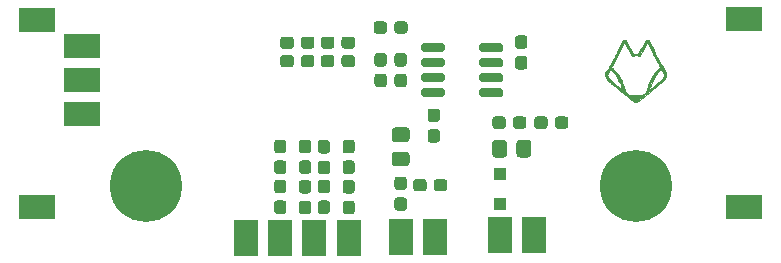
<source format=gts>
%TF.GenerationSoftware,KiCad,Pcbnew,5.1.6*%
%TF.CreationDate,2020-09-16T21:40:07+02:00*%
%TF.ProjectId,HumbuckerAmplifier,48756d62-7563-46b6-9572-416d706c6966,rev?*%
%TF.SameCoordinates,PX6183610PY5204180*%
%TF.FileFunction,Soldermask,Top*%
%TF.FilePolarity,Negative*%
%FSLAX46Y46*%
G04 Gerber Fmt 4.6, Leading zero omitted, Abs format (unit mm)*
G04 Created by KiCad (PCBNEW 5.1.6) date 2020-09-16 21:40:07*
%MOMM*%
%LPD*%
G01*
G04 APERTURE LIST*
%ADD10C,0.010000*%
%ADD11R,1.100000X1.100000*%
%ADD12R,2.100000X3.100000*%
%ADD13R,3.100000X2.100000*%
%ADD14C,6.100000*%
G04 APERTURE END LIST*
D10*
%TO.C,MARK1*%
G36*
X51884364Y20873781D02*
G01*
X51906629Y20845224D01*
X51933419Y20805180D01*
X51959821Y20761109D01*
X51966278Y20749427D01*
X51980577Y20723376D01*
X52004039Y20681072D01*
X52035441Y20624705D01*
X52073557Y20556465D01*
X52117164Y20478540D01*
X52165037Y20393122D01*
X52215952Y20302398D01*
X52268685Y20208560D01*
X52272175Y20202354D01*
X52532568Y19739333D01*
X52967432Y19739333D01*
X53227825Y20202354D01*
X53280634Y20296321D01*
X53331706Y20387315D01*
X53379816Y20473149D01*
X53423740Y20551631D01*
X53462254Y20620573D01*
X53494133Y20677785D01*
X53518153Y20721078D01*
X53533089Y20748261D01*
X53533722Y20749427D01*
X53559171Y20793305D01*
X53586341Y20835179D01*
X53610320Y20867591D01*
X53615635Y20873781D01*
X53652046Y20914083D01*
X53838252Y20914083D01*
X53869671Y20871361D01*
X53880485Y20853228D01*
X53899174Y20817995D01*
X53924702Y20767765D01*
X53956035Y20704637D01*
X53992139Y20630714D01*
X54031979Y20548097D01*
X54074521Y20458887D01*
X54115860Y20371298D01*
X54189077Y20215417D01*
X54254269Y20076790D01*
X54312409Y19953512D01*
X54364472Y19843676D01*
X54411430Y19745377D01*
X54454256Y19656711D01*
X54493923Y19575771D01*
X54531404Y19500653D01*
X54567673Y19429450D01*
X54603702Y19360258D01*
X54640465Y19291170D01*
X54678934Y19220282D01*
X54720083Y19145687D01*
X54764884Y19065482D01*
X54814312Y18977759D01*
X54869338Y18880614D01*
X54930936Y18772141D01*
X54946641Y18744500D01*
X55316458Y18093625D01*
X55319988Y17975648D01*
X55321068Y17920602D01*
X55319906Y17880002D01*
X55315687Y17847174D01*
X55307598Y17815445D01*
X55296433Y17782585D01*
X55250529Y17673811D01*
X55193644Y17574327D01*
X55122274Y17478573D01*
X55063016Y17412048D01*
X55046807Y17397020D01*
X55015108Y17369665D01*
X54968981Y17330849D01*
X54909488Y17281437D01*
X54837690Y17222296D01*
X54754650Y17154292D01*
X54661430Y17078289D01*
X54559092Y16995155D01*
X54448698Y16905754D01*
X54331309Y16810954D01*
X54207989Y16711618D01*
X54079799Y16608614D01*
X53947801Y16502807D01*
X53943340Y16499236D01*
X52887722Y15654167D01*
X52747423Y15654956D01*
X52607125Y15655745D01*
X51566371Y16489685D01*
X51435376Y16594728D01*
X51308222Y16696845D01*
X51185970Y16795174D01*
X51069684Y16888856D01*
X50960424Y16977029D01*
X50859252Y17058834D01*
X50767231Y17133410D01*
X50685422Y17199896D01*
X50614888Y17257432D01*
X50556689Y17305156D01*
X50511889Y17342209D01*
X50481549Y17367730D01*
X50467055Y17380542D01*
X50423600Y17426465D01*
X50376863Y17481961D01*
X50331243Y17541257D01*
X50291140Y17598583D01*
X50260956Y17648165D01*
X50256372Y17656889D01*
X50239128Y17694025D01*
X50219621Y17740631D01*
X50203475Y17782839D01*
X50191277Y17819143D01*
X50183665Y17850651D01*
X50179829Y17884031D01*
X50178958Y17925948D01*
X50179332Y17943601D01*
X50331930Y17943601D01*
X50343404Y17898350D01*
X50365794Y17843575D01*
X50397365Y17782277D01*
X50436383Y17717456D01*
X50481111Y17652114D01*
X50529816Y17589251D01*
X50580762Y17531869D01*
X50602934Y17509620D01*
X50617610Y17496728D01*
X50646416Y17472557D01*
X50687658Y17438472D01*
X50739642Y17395840D01*
X50800675Y17346026D01*
X50869063Y17290397D01*
X50943112Y17230319D01*
X51021128Y17167158D01*
X51101418Y17102280D01*
X51182289Y17037051D01*
X51262045Y16972837D01*
X51338995Y16911004D01*
X51411443Y16852919D01*
X51477696Y16799946D01*
X51536061Y16753454D01*
X51584844Y16714807D01*
X51622351Y16685371D01*
X51646889Y16666514D01*
X51656763Y16659600D01*
X51656824Y16659591D01*
X51654406Y16668985D01*
X51646249Y16694753D01*
X51633536Y16733270D01*
X51617453Y16780906D01*
X51612355Y16795829D01*
X51544510Y16978016D01*
X51463700Y17167960D01*
X51372511Y17360629D01*
X51273527Y17550988D01*
X51169334Y17734005D01*
X51062518Y17904644D01*
X50984346Y18018538D01*
X50942445Y18073097D01*
X50892045Y18132602D01*
X50836856Y18193201D01*
X50780589Y18251042D01*
X50726952Y18302271D01*
X50679656Y18343036D01*
X50652518Y18363142D01*
X50620110Y18384038D01*
X50594381Y18399253D01*
X50580457Y18405775D01*
X50579916Y18405833D01*
X50572635Y18397087D01*
X50556940Y18372936D01*
X50534634Y18336516D01*
X50507518Y18290963D01*
X50477395Y18239412D01*
X50446064Y18184997D01*
X50415329Y18130854D01*
X50386990Y18080119D01*
X50362849Y18035925D01*
X50344708Y18001409D01*
X50334367Y17979705D01*
X50333108Y17976326D01*
X50331930Y17943601D01*
X50179332Y17943601D01*
X50180012Y17975648D01*
X50183542Y18093625D01*
X50454453Y18570427D01*
X50668055Y18570427D01*
X50675732Y18560743D01*
X50698100Y18545911D01*
X50730378Y18529084D01*
X50731555Y18528532D01*
X50760990Y18512916D01*
X50791240Y18492439D01*
X50825465Y18464483D01*
X50866826Y18426429D01*
X50918483Y18375661D01*
X50929667Y18364418D01*
X51026478Y18259980D01*
X51119592Y18145114D01*
X51210481Y18017651D01*
X51300615Y17875420D01*
X51391467Y17716252D01*
X51467804Y17571042D01*
X51553159Y17398096D01*
X51626437Y17238123D01*
X51688974Y17087723D01*
X51742104Y16943493D01*
X51787165Y16802033D01*
X51825273Y16660825D01*
X51839089Y16605819D01*
X51851604Y16557743D01*
X51861761Y16520534D01*
X51868499Y16498130D01*
X51870173Y16493852D01*
X51880102Y16483871D01*
X51904115Y16462841D01*
X51939709Y16432862D01*
X51984379Y16396032D01*
X52035622Y16354449D01*
X52056792Y16337442D01*
X52120916Y16286642D01*
X52170740Y16248570D01*
X52207939Y16222072D01*
X52234191Y16205996D01*
X52251173Y16199188D01*
X52257875Y16199140D01*
X52278840Y16204804D01*
X52312589Y16213806D01*
X52347833Y16223145D01*
X52370326Y16228351D01*
X52395749Y16232475D01*
X52426709Y16235631D01*
X52465813Y16237933D01*
X52515667Y16239494D01*
X52578877Y16240427D01*
X52658052Y16240845D01*
X52755292Y16240863D01*
X52850183Y16240652D01*
X52926657Y16240198D01*
X52987465Y16239346D01*
X53035357Y16237943D01*
X53073081Y16235835D01*
X53103390Y16232866D01*
X53129031Y16228884D01*
X53152756Y16223733D01*
X53177315Y16217260D01*
X53177571Y16217189D01*
X53219691Y16206919D01*
X53252592Y16201642D01*
X53271299Y16202104D01*
X53272821Y16202890D01*
X53310294Y16232006D01*
X53354835Y16267228D01*
X53403630Y16306260D01*
X53453859Y16346803D01*
X53502708Y16386562D01*
X53547358Y16423241D01*
X53584993Y16454541D01*
X53612796Y16478168D01*
X53627950Y16491823D01*
X53629827Y16493957D01*
X53634611Y16508084D01*
X53643306Y16538853D01*
X53654853Y16582329D01*
X53668194Y16634579D01*
X53674727Y16660825D01*
X53676431Y16667136D01*
X53851986Y16667136D01*
X53853317Y16667298D01*
X53863751Y16675595D01*
X53889244Y16695941D01*
X53928327Y16727163D01*
X53979532Y16768085D01*
X54041391Y16817535D01*
X54112433Y16874338D01*
X54191191Y16937320D01*
X54276196Y17005306D01*
X54365979Y17077124D01*
X54369250Y17079741D01*
X54482870Y17170779D01*
X54581212Y17249978D01*
X54665654Y17318560D01*
X54737569Y17377754D01*
X54798333Y17428784D01*
X54849322Y17472876D01*
X54891910Y17511255D01*
X54927474Y17545147D01*
X54957389Y17575779D01*
X54983029Y17604374D01*
X55005770Y17632160D01*
X55026988Y17660362D01*
X55037866Y17675583D01*
X55076905Y17735480D01*
X55110982Y17796373D01*
X55138539Y17854634D01*
X55158022Y17906638D01*
X55167874Y17948758D01*
X55166892Y17976326D01*
X55159083Y17993841D01*
X55142964Y18025054D01*
X55120336Y18066831D01*
X55093000Y18116035D01*
X55062760Y18169533D01*
X55031415Y18224189D01*
X55000767Y18276867D01*
X54972619Y18324433D01*
X54948771Y18363751D01*
X54931026Y18391687D01*
X54921184Y18405105D01*
X54920083Y18405833D01*
X54907603Y18400334D01*
X54882813Y18385843D01*
X54850836Y18365375D01*
X54847481Y18363142D01*
X54806766Y18331903D01*
X54757135Y18287526D01*
X54702300Y18233865D01*
X54645969Y18174772D01*
X54591852Y18114098D01*
X54543658Y18055697D01*
X54515653Y18018538D01*
X54408096Y17859418D01*
X54301350Y17684232D01*
X54197996Y17498007D01*
X54100614Y17305770D01*
X54011787Y17112547D01*
X53934094Y16923366D01*
X53887202Y16794536D01*
X53871175Y16745849D01*
X53859388Y16706226D01*
X53852704Y16678908D01*
X53851986Y16667136D01*
X53676431Y16667136D01*
X53713090Y16802902D01*
X53758196Y16944368D01*
X53811381Y17088626D01*
X53873979Y17239075D01*
X53947327Y17399117D01*
X54032196Y17571042D01*
X54124742Y17745774D01*
X54215359Y17901784D01*
X54305520Y18041241D01*
X54396696Y18166315D01*
X54490357Y18279176D01*
X54570333Y18364418D01*
X54624292Y18417885D01*
X54667357Y18458142D01*
X54702690Y18487806D01*
X54733449Y18509497D01*
X54762795Y18525831D01*
X54768444Y18528532D01*
X54800968Y18545371D01*
X54823738Y18560320D01*
X54831975Y18570223D01*
X54831944Y18570427D01*
X54826363Y18581834D01*
X54811452Y18609564D01*
X54788361Y18651547D01*
X54758243Y18705715D01*
X54722246Y18770001D01*
X54681523Y18842337D01*
X54637223Y18920654D01*
X54628774Y18935552D01*
X54576831Y19027813D01*
X54528780Y19114850D01*
X54483036Y19199770D01*
X54438010Y19285683D01*
X54392115Y19375696D01*
X54343766Y19472917D01*
X54291375Y19580455D01*
X54233355Y19701417D01*
X54175168Y19824000D01*
X54126291Y19927444D01*
X54078680Y20028381D01*
X54033379Y20124588D01*
X53991429Y20213846D01*
X53953872Y20293933D01*
X53921750Y20362628D01*
X53896107Y20417710D01*
X53877983Y20456959D01*
X53872233Y20469583D01*
X53847031Y20524500D01*
X53819922Y20582134D01*
X53794907Y20634037D01*
X53782322Y20659399D01*
X53742592Y20738090D01*
X53723032Y20712316D01*
X53711697Y20694414D01*
X53692877Y20661416D01*
X53668655Y20617108D01*
X53641110Y20565276D01*
X53621609Y20527792D01*
X53593760Y20474351D01*
X53568604Y20427132D01*
X53547994Y20389529D01*
X53533779Y20364934D01*
X53528519Y20357159D01*
X53521083Y20345631D01*
X53504477Y20317607D01*
X53479840Y20275078D01*
X53448309Y20220034D01*
X53411023Y20154467D01*
X53369119Y20080367D01*
X53323737Y19999725D01*
X53300333Y19957996D01*
X53083375Y19570715D01*
X53023037Y19570358D01*
X52976263Y19573156D01*
X52925167Y19580674D01*
X52901751Y19585875D01*
X52841194Y19596402D01*
X52769323Y19600942D01*
X52695128Y19599497D01*
X52627598Y19592066D01*
X52598249Y19585875D01*
X52551234Y19576674D01*
X52500212Y19571127D01*
X52476963Y19570358D01*
X52416625Y19570715D01*
X52199667Y19957996D01*
X52152983Y20041139D01*
X52109214Y20118727D01*
X52069500Y20188767D01*
X52034978Y20249269D01*
X52006786Y20298243D01*
X51986062Y20333696D01*
X51973944Y20353639D01*
X51971481Y20357159D01*
X51963073Y20370176D01*
X51946925Y20398667D01*
X51924886Y20439238D01*
X51898810Y20488497D01*
X51878390Y20527792D01*
X51849777Y20582571D01*
X51823075Y20632392D01*
X51800367Y20673469D01*
X51783732Y20702015D01*
X51776968Y20712316D01*
X51757408Y20738090D01*
X51717678Y20659399D01*
X51695928Y20615194D01*
X51669628Y20560074D01*
X51642782Y20502489D01*
X51627767Y20469583D01*
X51613647Y20438775D01*
X51591504Y20391061D01*
X51562380Y20328661D01*
X51527318Y20253797D01*
X51487359Y20168690D01*
X51443545Y20075561D01*
X51396919Y19976631D01*
X51348524Y19874120D01*
X51324831Y19824000D01*
X51260407Y19688339D01*
X51203035Y19568892D01*
X51151130Y19462553D01*
X51103105Y19366211D01*
X51057372Y19276760D01*
X51012345Y19191092D01*
X50966437Y19106097D01*
X50918062Y19018669D01*
X50871226Y18935552D01*
X50826394Y18856359D01*
X50784926Y18782768D01*
X50747973Y18716846D01*
X50716687Y18660660D01*
X50692217Y18616280D01*
X50675714Y18585773D01*
X50668330Y18571206D01*
X50668055Y18570427D01*
X50454453Y18570427D01*
X50553359Y18744500D01*
X50616661Y18855944D01*
X50673160Y18955607D01*
X50723830Y19045396D01*
X50769642Y19127214D01*
X50811570Y19202969D01*
X50850588Y19274565D01*
X50887668Y19343908D01*
X50923783Y19412903D01*
X50959907Y19483456D01*
X50997012Y19557472D01*
X51036072Y19636856D01*
X51078059Y19723514D01*
X51123947Y19819352D01*
X51174709Y19926275D01*
X51231318Y20046188D01*
X51294747Y20180996D01*
X51365969Y20332606D01*
X51384139Y20371298D01*
X51428272Y20464775D01*
X51470672Y20553625D01*
X51510303Y20635747D01*
X51546132Y20709040D01*
X51577123Y20771402D01*
X51602243Y20820732D01*
X51620457Y20854929D01*
X51630329Y20871361D01*
X51661748Y20914083D01*
X51847953Y20914083D01*
X51884364Y20873781D01*
G37*
X51884364Y20873781D02*
X51906629Y20845224D01*
X51933419Y20805180D01*
X51959821Y20761109D01*
X51966278Y20749427D01*
X51980577Y20723376D01*
X52004039Y20681072D01*
X52035441Y20624705D01*
X52073557Y20556465D01*
X52117164Y20478540D01*
X52165037Y20393122D01*
X52215952Y20302398D01*
X52268685Y20208560D01*
X52272175Y20202354D01*
X52532568Y19739333D01*
X52967432Y19739333D01*
X53227825Y20202354D01*
X53280634Y20296321D01*
X53331706Y20387315D01*
X53379816Y20473149D01*
X53423740Y20551631D01*
X53462254Y20620573D01*
X53494133Y20677785D01*
X53518153Y20721078D01*
X53533089Y20748261D01*
X53533722Y20749427D01*
X53559171Y20793305D01*
X53586341Y20835179D01*
X53610320Y20867591D01*
X53615635Y20873781D01*
X53652046Y20914083D01*
X53838252Y20914083D01*
X53869671Y20871361D01*
X53880485Y20853228D01*
X53899174Y20817995D01*
X53924702Y20767765D01*
X53956035Y20704637D01*
X53992139Y20630714D01*
X54031979Y20548097D01*
X54074521Y20458887D01*
X54115860Y20371298D01*
X54189077Y20215417D01*
X54254269Y20076790D01*
X54312409Y19953512D01*
X54364472Y19843676D01*
X54411430Y19745377D01*
X54454256Y19656711D01*
X54493923Y19575771D01*
X54531404Y19500653D01*
X54567673Y19429450D01*
X54603702Y19360258D01*
X54640465Y19291170D01*
X54678934Y19220282D01*
X54720083Y19145687D01*
X54764884Y19065482D01*
X54814312Y18977759D01*
X54869338Y18880614D01*
X54930936Y18772141D01*
X54946641Y18744500D01*
X55316458Y18093625D01*
X55319988Y17975648D01*
X55321068Y17920602D01*
X55319906Y17880002D01*
X55315687Y17847174D01*
X55307598Y17815445D01*
X55296433Y17782585D01*
X55250529Y17673811D01*
X55193644Y17574327D01*
X55122274Y17478573D01*
X55063016Y17412048D01*
X55046807Y17397020D01*
X55015108Y17369665D01*
X54968981Y17330849D01*
X54909488Y17281437D01*
X54837690Y17222296D01*
X54754650Y17154292D01*
X54661430Y17078289D01*
X54559092Y16995155D01*
X54448698Y16905754D01*
X54331309Y16810954D01*
X54207989Y16711618D01*
X54079799Y16608614D01*
X53947801Y16502807D01*
X53943340Y16499236D01*
X52887722Y15654167D01*
X52747423Y15654956D01*
X52607125Y15655745D01*
X51566371Y16489685D01*
X51435376Y16594728D01*
X51308222Y16696845D01*
X51185970Y16795174D01*
X51069684Y16888856D01*
X50960424Y16977029D01*
X50859252Y17058834D01*
X50767231Y17133410D01*
X50685422Y17199896D01*
X50614888Y17257432D01*
X50556689Y17305156D01*
X50511889Y17342209D01*
X50481549Y17367730D01*
X50467055Y17380542D01*
X50423600Y17426465D01*
X50376863Y17481961D01*
X50331243Y17541257D01*
X50291140Y17598583D01*
X50260956Y17648165D01*
X50256372Y17656889D01*
X50239128Y17694025D01*
X50219621Y17740631D01*
X50203475Y17782839D01*
X50191277Y17819143D01*
X50183665Y17850651D01*
X50179829Y17884031D01*
X50178958Y17925948D01*
X50179332Y17943601D01*
X50331930Y17943601D01*
X50343404Y17898350D01*
X50365794Y17843575D01*
X50397365Y17782277D01*
X50436383Y17717456D01*
X50481111Y17652114D01*
X50529816Y17589251D01*
X50580762Y17531869D01*
X50602934Y17509620D01*
X50617610Y17496728D01*
X50646416Y17472557D01*
X50687658Y17438472D01*
X50739642Y17395840D01*
X50800675Y17346026D01*
X50869063Y17290397D01*
X50943112Y17230319D01*
X51021128Y17167158D01*
X51101418Y17102280D01*
X51182289Y17037051D01*
X51262045Y16972837D01*
X51338995Y16911004D01*
X51411443Y16852919D01*
X51477696Y16799946D01*
X51536061Y16753454D01*
X51584844Y16714807D01*
X51622351Y16685371D01*
X51646889Y16666514D01*
X51656763Y16659600D01*
X51656824Y16659591D01*
X51654406Y16668985D01*
X51646249Y16694753D01*
X51633536Y16733270D01*
X51617453Y16780906D01*
X51612355Y16795829D01*
X51544510Y16978016D01*
X51463700Y17167960D01*
X51372511Y17360629D01*
X51273527Y17550988D01*
X51169334Y17734005D01*
X51062518Y17904644D01*
X50984346Y18018538D01*
X50942445Y18073097D01*
X50892045Y18132602D01*
X50836856Y18193201D01*
X50780589Y18251042D01*
X50726952Y18302271D01*
X50679656Y18343036D01*
X50652518Y18363142D01*
X50620110Y18384038D01*
X50594381Y18399253D01*
X50580457Y18405775D01*
X50579916Y18405833D01*
X50572635Y18397087D01*
X50556940Y18372936D01*
X50534634Y18336516D01*
X50507518Y18290963D01*
X50477395Y18239412D01*
X50446064Y18184997D01*
X50415329Y18130854D01*
X50386990Y18080119D01*
X50362849Y18035925D01*
X50344708Y18001409D01*
X50334367Y17979705D01*
X50333108Y17976326D01*
X50331930Y17943601D01*
X50179332Y17943601D01*
X50180012Y17975648D01*
X50183542Y18093625D01*
X50454453Y18570427D01*
X50668055Y18570427D01*
X50675732Y18560743D01*
X50698100Y18545911D01*
X50730378Y18529084D01*
X50731555Y18528532D01*
X50760990Y18512916D01*
X50791240Y18492439D01*
X50825465Y18464483D01*
X50866826Y18426429D01*
X50918483Y18375661D01*
X50929667Y18364418D01*
X51026478Y18259980D01*
X51119592Y18145114D01*
X51210481Y18017651D01*
X51300615Y17875420D01*
X51391467Y17716252D01*
X51467804Y17571042D01*
X51553159Y17398096D01*
X51626437Y17238123D01*
X51688974Y17087723D01*
X51742104Y16943493D01*
X51787165Y16802033D01*
X51825273Y16660825D01*
X51839089Y16605819D01*
X51851604Y16557743D01*
X51861761Y16520534D01*
X51868499Y16498130D01*
X51870173Y16493852D01*
X51880102Y16483871D01*
X51904115Y16462841D01*
X51939709Y16432862D01*
X51984379Y16396032D01*
X52035622Y16354449D01*
X52056792Y16337442D01*
X52120916Y16286642D01*
X52170740Y16248570D01*
X52207939Y16222072D01*
X52234191Y16205996D01*
X52251173Y16199188D01*
X52257875Y16199140D01*
X52278840Y16204804D01*
X52312589Y16213806D01*
X52347833Y16223145D01*
X52370326Y16228351D01*
X52395749Y16232475D01*
X52426709Y16235631D01*
X52465813Y16237933D01*
X52515667Y16239494D01*
X52578877Y16240427D01*
X52658052Y16240845D01*
X52755292Y16240863D01*
X52850183Y16240652D01*
X52926657Y16240198D01*
X52987465Y16239346D01*
X53035357Y16237943D01*
X53073081Y16235835D01*
X53103390Y16232866D01*
X53129031Y16228884D01*
X53152756Y16223733D01*
X53177315Y16217260D01*
X53177571Y16217189D01*
X53219691Y16206919D01*
X53252592Y16201642D01*
X53271299Y16202104D01*
X53272821Y16202890D01*
X53310294Y16232006D01*
X53354835Y16267228D01*
X53403630Y16306260D01*
X53453859Y16346803D01*
X53502708Y16386562D01*
X53547358Y16423241D01*
X53584993Y16454541D01*
X53612796Y16478168D01*
X53627950Y16491823D01*
X53629827Y16493957D01*
X53634611Y16508084D01*
X53643306Y16538853D01*
X53654853Y16582329D01*
X53668194Y16634579D01*
X53674727Y16660825D01*
X53676431Y16667136D01*
X53851986Y16667136D01*
X53853317Y16667298D01*
X53863751Y16675595D01*
X53889244Y16695941D01*
X53928327Y16727163D01*
X53979532Y16768085D01*
X54041391Y16817535D01*
X54112433Y16874338D01*
X54191191Y16937320D01*
X54276196Y17005306D01*
X54365979Y17077124D01*
X54369250Y17079741D01*
X54482870Y17170779D01*
X54581212Y17249978D01*
X54665654Y17318560D01*
X54737569Y17377754D01*
X54798333Y17428784D01*
X54849322Y17472876D01*
X54891910Y17511255D01*
X54927474Y17545147D01*
X54957389Y17575779D01*
X54983029Y17604374D01*
X55005770Y17632160D01*
X55026988Y17660362D01*
X55037866Y17675583D01*
X55076905Y17735480D01*
X55110982Y17796373D01*
X55138539Y17854634D01*
X55158022Y17906638D01*
X55167874Y17948758D01*
X55166892Y17976326D01*
X55159083Y17993841D01*
X55142964Y18025054D01*
X55120336Y18066831D01*
X55093000Y18116035D01*
X55062760Y18169533D01*
X55031415Y18224189D01*
X55000767Y18276867D01*
X54972619Y18324433D01*
X54948771Y18363751D01*
X54931026Y18391687D01*
X54921184Y18405105D01*
X54920083Y18405833D01*
X54907603Y18400334D01*
X54882813Y18385843D01*
X54850836Y18365375D01*
X54847481Y18363142D01*
X54806766Y18331903D01*
X54757135Y18287526D01*
X54702300Y18233865D01*
X54645969Y18174772D01*
X54591852Y18114098D01*
X54543658Y18055697D01*
X54515653Y18018538D01*
X54408096Y17859418D01*
X54301350Y17684232D01*
X54197996Y17498007D01*
X54100614Y17305770D01*
X54011787Y17112547D01*
X53934094Y16923366D01*
X53887202Y16794536D01*
X53871175Y16745849D01*
X53859388Y16706226D01*
X53852704Y16678908D01*
X53851986Y16667136D01*
X53676431Y16667136D01*
X53713090Y16802902D01*
X53758196Y16944368D01*
X53811381Y17088626D01*
X53873979Y17239075D01*
X53947327Y17399117D01*
X54032196Y17571042D01*
X54124742Y17745774D01*
X54215359Y17901784D01*
X54305520Y18041241D01*
X54396696Y18166315D01*
X54490357Y18279176D01*
X54570333Y18364418D01*
X54624292Y18417885D01*
X54667357Y18458142D01*
X54702690Y18487806D01*
X54733449Y18509497D01*
X54762795Y18525831D01*
X54768444Y18528532D01*
X54800968Y18545371D01*
X54823738Y18560320D01*
X54831975Y18570223D01*
X54831944Y18570427D01*
X54826363Y18581834D01*
X54811452Y18609564D01*
X54788361Y18651547D01*
X54758243Y18705715D01*
X54722246Y18770001D01*
X54681523Y18842337D01*
X54637223Y18920654D01*
X54628774Y18935552D01*
X54576831Y19027813D01*
X54528780Y19114850D01*
X54483036Y19199770D01*
X54438010Y19285683D01*
X54392115Y19375696D01*
X54343766Y19472917D01*
X54291375Y19580455D01*
X54233355Y19701417D01*
X54175168Y19824000D01*
X54126291Y19927444D01*
X54078680Y20028381D01*
X54033379Y20124588D01*
X53991429Y20213846D01*
X53953872Y20293933D01*
X53921750Y20362628D01*
X53896107Y20417710D01*
X53877983Y20456959D01*
X53872233Y20469583D01*
X53847031Y20524500D01*
X53819922Y20582134D01*
X53794907Y20634037D01*
X53782322Y20659399D01*
X53742592Y20738090D01*
X53723032Y20712316D01*
X53711697Y20694414D01*
X53692877Y20661416D01*
X53668655Y20617108D01*
X53641110Y20565276D01*
X53621609Y20527792D01*
X53593760Y20474351D01*
X53568604Y20427132D01*
X53547994Y20389529D01*
X53533779Y20364934D01*
X53528519Y20357159D01*
X53521083Y20345631D01*
X53504477Y20317607D01*
X53479840Y20275078D01*
X53448309Y20220034D01*
X53411023Y20154467D01*
X53369119Y20080367D01*
X53323737Y19999725D01*
X53300333Y19957996D01*
X53083375Y19570715D01*
X53023037Y19570358D01*
X52976263Y19573156D01*
X52925167Y19580674D01*
X52901751Y19585875D01*
X52841194Y19596402D01*
X52769323Y19600942D01*
X52695128Y19599497D01*
X52627598Y19592066D01*
X52598249Y19585875D01*
X52551234Y19576674D01*
X52500212Y19571127D01*
X52476963Y19570358D01*
X52416625Y19570715D01*
X52199667Y19957996D01*
X52152983Y20041139D01*
X52109214Y20118727D01*
X52069500Y20188767D01*
X52034978Y20249269D01*
X52006786Y20298243D01*
X51986062Y20333696D01*
X51973944Y20353639D01*
X51971481Y20357159D01*
X51963073Y20370176D01*
X51946925Y20398667D01*
X51924886Y20439238D01*
X51898810Y20488497D01*
X51878390Y20527792D01*
X51849777Y20582571D01*
X51823075Y20632392D01*
X51800367Y20673469D01*
X51783732Y20702015D01*
X51776968Y20712316D01*
X51757408Y20738090D01*
X51717678Y20659399D01*
X51695928Y20615194D01*
X51669628Y20560074D01*
X51642782Y20502489D01*
X51627767Y20469583D01*
X51613647Y20438775D01*
X51591504Y20391061D01*
X51562380Y20328661D01*
X51527318Y20253797D01*
X51487359Y20168690D01*
X51443545Y20075561D01*
X51396919Y19976631D01*
X51348524Y19874120D01*
X51324831Y19824000D01*
X51260407Y19688339D01*
X51203035Y19568892D01*
X51151130Y19462553D01*
X51103105Y19366211D01*
X51057372Y19276760D01*
X51012345Y19191092D01*
X50966437Y19106097D01*
X50918062Y19018669D01*
X50871226Y18935552D01*
X50826394Y18856359D01*
X50784926Y18782768D01*
X50747973Y18716846D01*
X50716687Y18660660D01*
X50692217Y18616280D01*
X50675714Y18585773D01*
X50668330Y18571206D01*
X50668055Y18570427D01*
X50454453Y18570427D01*
X50553359Y18744500D01*
X50616661Y18855944D01*
X50673160Y18955607D01*
X50723830Y19045396D01*
X50769642Y19127214D01*
X50811570Y19202969D01*
X50850588Y19274565D01*
X50887668Y19343908D01*
X50923783Y19412903D01*
X50959907Y19483456D01*
X50997012Y19557472D01*
X51036072Y19636856D01*
X51078059Y19723514D01*
X51123947Y19819352D01*
X51174709Y19926275D01*
X51231318Y20046188D01*
X51294747Y20180996D01*
X51365969Y20332606D01*
X51384139Y20371298D01*
X51428272Y20464775D01*
X51470672Y20553625D01*
X51510303Y20635747D01*
X51546132Y20709040D01*
X51577123Y20771402D01*
X51602243Y20820732D01*
X51620457Y20854929D01*
X51630329Y20871361D01*
X51661748Y20914083D01*
X51847953Y20914083D01*
X51884364Y20873781D01*
%TD*%
%TO.C,R12*%
G36*
G01*
X22912500Y7912500D02*
X22387500Y7912500D01*
G75*
G02*
X22125000Y8175000I0J262500D01*
G01*
X22125000Y8800000D01*
G75*
G02*
X22387500Y9062500I262500J0D01*
G01*
X22912500Y9062500D01*
G75*
G02*
X23175000Y8800000I0J-262500D01*
G01*
X23175000Y8175000D01*
G75*
G02*
X22912500Y7912500I-262500J0D01*
G01*
G37*
G36*
G01*
X22912500Y6162500D02*
X22387500Y6162500D01*
G75*
G02*
X22125000Y6425000I0J262500D01*
G01*
X22125000Y7050000D01*
G75*
G02*
X22387500Y7312500I262500J0D01*
G01*
X22912500Y7312500D01*
G75*
G02*
X23175000Y7050000I0J-262500D01*
G01*
X23175000Y6425000D01*
G75*
G02*
X22912500Y6162500I-262500J0D01*
G01*
G37*
%TD*%
%TO.C,R11*%
G36*
G01*
X25012500Y11312500D02*
X24487500Y11312500D01*
G75*
G02*
X24225000Y11575000I0J262500D01*
G01*
X24225000Y12200000D01*
G75*
G02*
X24487500Y12462500I262500J0D01*
G01*
X25012500Y12462500D01*
G75*
G02*
X25275000Y12200000I0J-262500D01*
G01*
X25275000Y11575000D01*
G75*
G02*
X25012500Y11312500I-262500J0D01*
G01*
G37*
G36*
G01*
X25012500Y9562500D02*
X24487500Y9562500D01*
G75*
G02*
X24225000Y9825000I0J262500D01*
G01*
X24225000Y10450000D01*
G75*
G02*
X24487500Y10712500I262500J0D01*
G01*
X25012500Y10712500D01*
G75*
G02*
X25275000Y10450000I0J-262500D01*
G01*
X25275000Y9825000D01*
G75*
G02*
X25012500Y9562500I-262500J0D01*
G01*
G37*
%TD*%
%TO.C,R10*%
G36*
G01*
X26612500Y7912500D02*
X26087500Y7912500D01*
G75*
G02*
X25825000Y8175000I0J262500D01*
G01*
X25825000Y8800000D01*
G75*
G02*
X26087500Y9062500I262500J0D01*
G01*
X26612500Y9062500D01*
G75*
G02*
X26875000Y8800000I0J-262500D01*
G01*
X26875000Y8175000D01*
G75*
G02*
X26612500Y7912500I-262500J0D01*
G01*
G37*
G36*
G01*
X26612500Y6162500D02*
X26087500Y6162500D01*
G75*
G02*
X25825000Y6425000I0J262500D01*
G01*
X25825000Y7050000D01*
G75*
G02*
X26087500Y7312500I262500J0D01*
G01*
X26612500Y7312500D01*
G75*
G02*
X26875000Y7050000I0J-262500D01*
G01*
X26875000Y6425000D01*
G75*
G02*
X26612500Y6162500I-262500J0D01*
G01*
G37*
%TD*%
%TO.C,R9*%
G36*
G01*
X28712500Y7900000D02*
X28187500Y7900000D01*
G75*
G02*
X27925000Y8162500I0J262500D01*
G01*
X27925000Y8787500D01*
G75*
G02*
X28187500Y9050000I262500J0D01*
G01*
X28712500Y9050000D01*
G75*
G02*
X28975000Y8787500I0J-262500D01*
G01*
X28975000Y8162500D01*
G75*
G02*
X28712500Y7900000I-262500J0D01*
G01*
G37*
G36*
G01*
X28712500Y6150000D02*
X28187500Y6150000D01*
G75*
G02*
X27925000Y6412500I0J262500D01*
G01*
X27925000Y7037500D01*
G75*
G02*
X28187500Y7300000I262500J0D01*
G01*
X28712500Y7300000D01*
G75*
G02*
X28975000Y7037500I0J-262500D01*
G01*
X28975000Y6412500D01*
G75*
G02*
X28712500Y6150000I-262500J0D01*
G01*
G37*
%TD*%
%TO.C,R8*%
G36*
G01*
X32300000Y21687500D02*
X32300000Y22212500D01*
G75*
G02*
X32562500Y22475000I262500J0D01*
G01*
X33187500Y22475000D01*
G75*
G02*
X33450000Y22212500I0J-262500D01*
G01*
X33450000Y21687500D01*
G75*
G02*
X33187500Y21425000I-262500J0D01*
G01*
X32562500Y21425000D01*
G75*
G02*
X32300000Y21687500I0J262500D01*
G01*
G37*
G36*
G01*
X30550000Y21687500D02*
X30550000Y22212500D01*
G75*
G02*
X30812500Y22475000I262500J0D01*
G01*
X31437500Y22475000D01*
G75*
G02*
X31700000Y22212500I0J-262500D01*
G01*
X31700000Y21687500D01*
G75*
G02*
X31437500Y21425000I-262500J0D01*
G01*
X30812500Y21425000D01*
G75*
G02*
X30550000Y21687500I0J262500D01*
G01*
G37*
%TD*%
%TO.C,R7*%
G36*
G01*
X32587500Y7587500D02*
X33112500Y7587500D01*
G75*
G02*
X33375000Y7325000I0J-262500D01*
G01*
X33375000Y6700000D01*
G75*
G02*
X33112500Y6437500I-262500J0D01*
G01*
X32587500Y6437500D01*
G75*
G02*
X32325000Y6700000I0J262500D01*
G01*
X32325000Y7325000D01*
G75*
G02*
X32587500Y7587500I262500J0D01*
G01*
G37*
G36*
G01*
X32587500Y9337500D02*
X33112500Y9337500D01*
G75*
G02*
X33375000Y9075000I0J-262500D01*
G01*
X33375000Y8450000D01*
G75*
G02*
X33112500Y8187500I-262500J0D01*
G01*
X32587500Y8187500D01*
G75*
G02*
X32325000Y8450000I0J262500D01*
G01*
X32325000Y9075000D01*
G75*
G02*
X32587500Y9337500I262500J0D01*
G01*
G37*
%TD*%
%TO.C,R6*%
G36*
G01*
X35050000Y8862500D02*
X35050000Y8337500D01*
G75*
G02*
X34787500Y8075000I-262500J0D01*
G01*
X34162500Y8075000D01*
G75*
G02*
X33900000Y8337500I0J262500D01*
G01*
X33900000Y8862500D01*
G75*
G02*
X34162500Y9125000I262500J0D01*
G01*
X34787500Y9125000D01*
G75*
G02*
X35050000Y8862500I0J-262500D01*
G01*
G37*
G36*
G01*
X36800000Y8862500D02*
X36800000Y8337500D01*
G75*
G02*
X36537500Y8075000I-262500J0D01*
G01*
X35912500Y8075000D01*
G75*
G02*
X35650000Y8337500I0J262500D01*
G01*
X35650000Y8862500D01*
G75*
G02*
X35912500Y9125000I262500J0D01*
G01*
X36537500Y9125000D01*
G75*
G02*
X36800000Y8862500I0J-262500D01*
G01*
G37*
%TD*%
%TO.C,R5*%
G36*
G01*
X33112500Y18650000D02*
X32587500Y18650000D01*
G75*
G02*
X32325000Y18912500I0J262500D01*
G01*
X32325000Y19537500D01*
G75*
G02*
X32587500Y19800000I262500J0D01*
G01*
X33112500Y19800000D01*
G75*
G02*
X33375000Y19537500I0J-262500D01*
G01*
X33375000Y18912500D01*
G75*
G02*
X33112500Y18650000I-262500J0D01*
G01*
G37*
G36*
G01*
X33112500Y16900000D02*
X32587500Y16900000D01*
G75*
G02*
X32325000Y17162500I0J262500D01*
G01*
X32325000Y17787500D01*
G75*
G02*
X32587500Y18050000I262500J0D01*
G01*
X33112500Y18050000D01*
G75*
G02*
X33375000Y17787500I0J-262500D01*
G01*
X33375000Y17162500D01*
G75*
G02*
X33112500Y16900000I-262500J0D01*
G01*
G37*
%TD*%
%TO.C,R4*%
G36*
G01*
X27237500Y19372500D02*
X27237500Y18847500D01*
G75*
G02*
X26975000Y18585000I-262500J0D01*
G01*
X26350000Y18585000D01*
G75*
G02*
X26087500Y18847500I0J262500D01*
G01*
X26087500Y19372500D01*
G75*
G02*
X26350000Y19635000I262500J0D01*
G01*
X26975000Y19635000D01*
G75*
G02*
X27237500Y19372500I0J-262500D01*
G01*
G37*
G36*
G01*
X28987500Y19372500D02*
X28987500Y18847500D01*
G75*
G02*
X28725000Y18585000I-262500J0D01*
G01*
X28100000Y18585000D01*
G75*
G02*
X27837500Y18847500I0J262500D01*
G01*
X27837500Y19372500D01*
G75*
G02*
X28100000Y19635000I262500J0D01*
G01*
X28725000Y19635000D01*
G75*
G02*
X28987500Y19372500I0J-262500D01*
G01*
G37*
%TD*%
%TO.C,R3*%
G36*
G01*
X27237500Y20932500D02*
X27237500Y20407500D01*
G75*
G02*
X26975000Y20145000I-262500J0D01*
G01*
X26350000Y20145000D01*
G75*
G02*
X26087500Y20407500I0J262500D01*
G01*
X26087500Y20932500D01*
G75*
G02*
X26350000Y21195000I262500J0D01*
G01*
X26975000Y21195000D01*
G75*
G02*
X27237500Y20932500I0J-262500D01*
G01*
G37*
G36*
G01*
X28987500Y20932500D02*
X28987500Y20407500D01*
G75*
G02*
X28725000Y20145000I-262500J0D01*
G01*
X28100000Y20145000D01*
G75*
G02*
X27837500Y20407500I0J262500D01*
G01*
X27837500Y20932500D01*
G75*
G02*
X28100000Y21195000I262500J0D01*
G01*
X28725000Y21195000D01*
G75*
G02*
X28987500Y20932500I0J-262500D01*
G01*
G37*
%TD*%
%TO.C,R2*%
G36*
G01*
X45900000Y13637500D02*
X45900000Y14162500D01*
G75*
G02*
X46162500Y14425000I262500J0D01*
G01*
X46787500Y14425000D01*
G75*
G02*
X47050000Y14162500I0J-262500D01*
G01*
X47050000Y13637500D01*
G75*
G02*
X46787500Y13375000I-262500J0D01*
G01*
X46162500Y13375000D01*
G75*
G02*
X45900000Y13637500I0J262500D01*
G01*
G37*
G36*
G01*
X44150000Y13637500D02*
X44150000Y14162500D01*
G75*
G02*
X44412500Y14425000I262500J0D01*
G01*
X45037500Y14425000D01*
G75*
G02*
X45300000Y14162500I0J-262500D01*
G01*
X45300000Y13637500D01*
G75*
G02*
X45037500Y13375000I-262500J0D01*
G01*
X44412500Y13375000D01*
G75*
G02*
X44150000Y13637500I0J262500D01*
G01*
G37*
%TD*%
%TO.C,R1*%
G36*
G01*
X42350000Y13637500D02*
X42350000Y14162500D01*
G75*
G02*
X42612500Y14425000I262500J0D01*
G01*
X43237500Y14425000D01*
G75*
G02*
X43500000Y14162500I0J-262500D01*
G01*
X43500000Y13637500D01*
G75*
G02*
X43237500Y13375000I-262500J0D01*
G01*
X42612500Y13375000D01*
G75*
G02*
X42350000Y13637500I0J262500D01*
G01*
G37*
G36*
G01*
X40600000Y13637500D02*
X40600000Y14162500D01*
G75*
G02*
X40862500Y14425000I262500J0D01*
G01*
X41487500Y14425000D01*
G75*
G02*
X41750000Y14162500I0J-262500D01*
G01*
X41750000Y13637500D01*
G75*
G02*
X41487500Y13375000I-262500J0D01*
G01*
X40862500Y13375000D01*
G75*
G02*
X40600000Y13637500I0J262500D01*
G01*
G37*
%TD*%
D11*
%TO.C,D1*%
X41250000Y7050000D03*
X41250000Y9550000D03*
%TD*%
%TO.C,C11*%
G36*
G01*
X31412500Y18650000D02*
X30887500Y18650000D01*
G75*
G02*
X30625000Y18912500I0J262500D01*
G01*
X30625000Y19537500D01*
G75*
G02*
X30887500Y19800000I262500J0D01*
G01*
X31412500Y19800000D01*
G75*
G02*
X31675000Y19537500I0J-262500D01*
G01*
X31675000Y18912500D01*
G75*
G02*
X31412500Y18650000I-262500J0D01*
G01*
G37*
G36*
G01*
X31412500Y16900000D02*
X30887500Y16900000D01*
G75*
G02*
X30625000Y17162500I0J262500D01*
G01*
X30625000Y17787500D01*
G75*
G02*
X30887500Y18050000I262500J0D01*
G01*
X31412500Y18050000D01*
G75*
G02*
X31675000Y17787500I0J-262500D01*
G01*
X31675000Y17162500D01*
G75*
G02*
X31412500Y16900000I-262500J0D01*
G01*
G37*
%TD*%
%TO.C,C10*%
G36*
G01*
X22912500Y11300000D02*
X22387500Y11300000D01*
G75*
G02*
X22125000Y11562500I0J262500D01*
G01*
X22125000Y12187500D01*
G75*
G02*
X22387500Y12450000I262500J0D01*
G01*
X22912500Y12450000D01*
G75*
G02*
X23175000Y12187500I0J-262500D01*
G01*
X23175000Y11562500D01*
G75*
G02*
X22912500Y11300000I-262500J0D01*
G01*
G37*
G36*
G01*
X22912500Y9550000D02*
X22387500Y9550000D01*
G75*
G02*
X22125000Y9812500I0J262500D01*
G01*
X22125000Y10437500D01*
G75*
G02*
X22387500Y10700000I262500J0D01*
G01*
X22912500Y10700000D01*
G75*
G02*
X23175000Y10437500I0J-262500D01*
G01*
X23175000Y9812500D01*
G75*
G02*
X22912500Y9550000I-262500J0D01*
G01*
G37*
%TD*%
%TO.C,C9*%
G36*
G01*
X25012500Y7900000D02*
X24487500Y7900000D01*
G75*
G02*
X24225000Y8162500I0J262500D01*
G01*
X24225000Y8787500D01*
G75*
G02*
X24487500Y9050000I262500J0D01*
G01*
X25012500Y9050000D01*
G75*
G02*
X25275000Y8787500I0J-262500D01*
G01*
X25275000Y8162500D01*
G75*
G02*
X25012500Y7900000I-262500J0D01*
G01*
G37*
G36*
G01*
X25012500Y6150000D02*
X24487500Y6150000D01*
G75*
G02*
X24225000Y6412500I0J262500D01*
G01*
X24225000Y7037500D01*
G75*
G02*
X24487500Y7300000I262500J0D01*
G01*
X25012500Y7300000D01*
G75*
G02*
X25275000Y7037500I0J-262500D01*
G01*
X25275000Y6412500D01*
G75*
G02*
X25012500Y6150000I-262500J0D01*
G01*
G37*
%TD*%
%TO.C,C8*%
G36*
G01*
X26612500Y11287500D02*
X26087500Y11287500D01*
G75*
G02*
X25825000Y11550000I0J262500D01*
G01*
X25825000Y12175000D01*
G75*
G02*
X26087500Y12437500I262500J0D01*
G01*
X26612500Y12437500D01*
G75*
G02*
X26875000Y12175000I0J-262500D01*
G01*
X26875000Y11550000D01*
G75*
G02*
X26612500Y11287500I-262500J0D01*
G01*
G37*
G36*
G01*
X26612500Y9537500D02*
X26087500Y9537500D01*
G75*
G02*
X25825000Y9800000I0J262500D01*
G01*
X25825000Y10425000D01*
G75*
G02*
X26087500Y10687500I262500J0D01*
G01*
X26612500Y10687500D01*
G75*
G02*
X26875000Y10425000I0J-262500D01*
G01*
X26875000Y9800000D01*
G75*
G02*
X26612500Y9537500I-262500J0D01*
G01*
G37*
%TD*%
%TO.C,C7*%
G36*
G01*
X28712500Y11300000D02*
X28187500Y11300000D01*
G75*
G02*
X27925000Y11562500I0J262500D01*
G01*
X27925000Y12187500D01*
G75*
G02*
X28187500Y12450000I262500J0D01*
G01*
X28712500Y12450000D01*
G75*
G02*
X28975000Y12187500I0J-262500D01*
G01*
X28975000Y11562500D01*
G75*
G02*
X28712500Y11300000I-262500J0D01*
G01*
G37*
G36*
G01*
X28712500Y9550000D02*
X28187500Y9550000D01*
G75*
G02*
X27925000Y9812500I0J262500D01*
G01*
X27925000Y10437500D01*
G75*
G02*
X28187500Y10700000I262500J0D01*
G01*
X28712500Y10700000D01*
G75*
G02*
X28975000Y10437500I0J-262500D01*
G01*
X28975000Y9812500D01*
G75*
G02*
X28712500Y9550000I-262500J0D01*
G01*
G37*
%TD*%
%TO.C,C6*%
G36*
G01*
X33328262Y12250000D02*
X32371738Y12250000D01*
G75*
G02*
X32100000Y12521738I0J271738D01*
G01*
X32100000Y13228262D01*
G75*
G02*
X32371738Y13500000I271738J0D01*
G01*
X33328262Y13500000D01*
G75*
G02*
X33600000Y13228262I0J-271738D01*
G01*
X33600000Y12521738D01*
G75*
G02*
X33328262Y12250000I-271738J0D01*
G01*
G37*
G36*
G01*
X33328262Y10200000D02*
X32371738Y10200000D01*
G75*
G02*
X32100000Y10471738I0J271738D01*
G01*
X32100000Y11178262D01*
G75*
G02*
X32371738Y11450000I271738J0D01*
G01*
X33328262Y11450000D01*
G75*
G02*
X33600000Y11178262I0J-271738D01*
G01*
X33600000Y10471738D01*
G75*
G02*
X33328262Y10200000I-271738J0D01*
G01*
G37*
%TD*%
%TO.C,C5*%
G36*
G01*
X43312500Y20150000D02*
X42787500Y20150000D01*
G75*
G02*
X42525000Y20412500I0J262500D01*
G01*
X42525000Y21037500D01*
G75*
G02*
X42787500Y21300000I262500J0D01*
G01*
X43312500Y21300000D01*
G75*
G02*
X43575000Y21037500I0J-262500D01*
G01*
X43575000Y20412500D01*
G75*
G02*
X43312500Y20150000I-262500J0D01*
G01*
G37*
G36*
G01*
X43312500Y18400000D02*
X42787500Y18400000D01*
G75*
G02*
X42525000Y18662500I0J262500D01*
G01*
X42525000Y19287500D01*
G75*
G02*
X42787500Y19550000I262500J0D01*
G01*
X43312500Y19550000D01*
G75*
G02*
X43575000Y19287500I0J-262500D01*
G01*
X43575000Y18662500D01*
G75*
G02*
X43312500Y18400000I-262500J0D01*
G01*
G37*
%TD*%
%TO.C,C4*%
G36*
G01*
X23800000Y19372500D02*
X23800000Y18847500D01*
G75*
G02*
X23537500Y18585000I-262500J0D01*
G01*
X22912500Y18585000D01*
G75*
G02*
X22650000Y18847500I0J262500D01*
G01*
X22650000Y19372500D01*
G75*
G02*
X22912500Y19635000I262500J0D01*
G01*
X23537500Y19635000D01*
G75*
G02*
X23800000Y19372500I0J-262500D01*
G01*
G37*
G36*
G01*
X25550000Y19372500D02*
X25550000Y18847500D01*
G75*
G02*
X25287500Y18585000I-262500J0D01*
G01*
X24662500Y18585000D01*
G75*
G02*
X24400000Y18847500I0J262500D01*
G01*
X24400000Y19372500D01*
G75*
G02*
X24662500Y19635000I262500J0D01*
G01*
X25287500Y19635000D01*
G75*
G02*
X25550000Y19372500I0J-262500D01*
G01*
G37*
%TD*%
%TO.C,C3*%
G36*
G01*
X23800000Y20932500D02*
X23800000Y20407500D01*
G75*
G02*
X23537500Y20145000I-262500J0D01*
G01*
X22912500Y20145000D01*
G75*
G02*
X22650000Y20407500I0J262500D01*
G01*
X22650000Y20932500D01*
G75*
G02*
X22912500Y21195000I262500J0D01*
G01*
X23537500Y21195000D01*
G75*
G02*
X23800000Y20932500I0J-262500D01*
G01*
G37*
G36*
G01*
X25550000Y20932500D02*
X25550000Y20407500D01*
G75*
G02*
X25287500Y20145000I-262500J0D01*
G01*
X24662500Y20145000D01*
G75*
G02*
X24400000Y20407500I0J262500D01*
G01*
X24400000Y20932500D01*
G75*
G02*
X24662500Y21195000I262500J0D01*
G01*
X25287500Y21195000D01*
G75*
G02*
X25550000Y20932500I0J-262500D01*
G01*
G37*
%TD*%
%TO.C,C2*%
G36*
G01*
X35387500Y13350000D02*
X35912500Y13350000D01*
G75*
G02*
X36175000Y13087500I0J-262500D01*
G01*
X36175000Y12462500D01*
G75*
G02*
X35912500Y12200000I-262500J0D01*
G01*
X35387500Y12200000D01*
G75*
G02*
X35125000Y12462500I0J262500D01*
G01*
X35125000Y13087500D01*
G75*
G02*
X35387500Y13350000I262500J0D01*
G01*
G37*
G36*
G01*
X35387500Y15100000D02*
X35912500Y15100000D01*
G75*
G02*
X36175000Y14837500I0J-262500D01*
G01*
X36175000Y14212500D01*
G75*
G02*
X35912500Y13950000I-262500J0D01*
G01*
X35387500Y13950000D01*
G75*
G02*
X35125000Y14212500I0J262500D01*
G01*
X35125000Y14837500D01*
G75*
G02*
X35387500Y15100000I262500J0D01*
G01*
G37*
%TD*%
%TO.C,C1*%
G36*
G01*
X42650000Y11221738D02*
X42650000Y12178262D01*
G75*
G02*
X42921738Y12450000I271738J0D01*
G01*
X43628262Y12450000D01*
G75*
G02*
X43900000Y12178262I0J-271738D01*
G01*
X43900000Y11221738D01*
G75*
G02*
X43628262Y10950000I-271738J0D01*
G01*
X42921738Y10950000D01*
G75*
G02*
X42650000Y11221738I0J271738D01*
G01*
G37*
G36*
G01*
X40600000Y11221738D02*
X40600000Y12178262D01*
G75*
G02*
X40871738Y12450000I271738J0D01*
G01*
X41578262Y12450000D01*
G75*
G02*
X41850000Y12178262I0J-271738D01*
G01*
X41850000Y11221738D01*
G75*
G02*
X41578262Y10950000I-271738J0D01*
G01*
X40871738Y10950000D01*
G75*
G02*
X40600000Y11221738I0J271738D01*
G01*
G37*
%TD*%
D12*
%TO.C,J15*%
X19750000Y4100000D03*
%TD*%
%TO.C,J14*%
X22650000Y4100000D03*
%TD*%
%TO.C,J13*%
X25550000Y4100000D03*
%TD*%
%TO.C,J12*%
X28450000Y4100000D03*
%TD*%
D13*
%TO.C,J11*%
X61950000Y6800000D03*
%TD*%
%TO.C,J10*%
X2050000Y6800000D03*
%TD*%
%TO.C,J9*%
X61950000Y22700000D03*
%TD*%
%TO.C,J8*%
X2050000Y22600000D03*
%TD*%
D12*
%TO.C,J7*%
X35750000Y4200000D03*
%TD*%
%TO.C,J6*%
X32850000Y4200000D03*
%TD*%
D13*
%TO.C,J5*%
X5850000Y20400000D03*
%TD*%
%TO.C,J4*%
X5850000Y14600000D03*
%TD*%
%TO.C,J3*%
X5850000Y17500000D03*
%TD*%
D12*
%TO.C,J2*%
X44150000Y4400000D03*
%TD*%
%TO.C,J1*%
X41250000Y4400000D03*
%TD*%
%TO.C,U1*%
G36*
G01*
X36600000Y16620000D02*
X36600000Y16270000D01*
G75*
G02*
X36425000Y16095000I-175000J0D01*
G01*
X34725000Y16095000D01*
G75*
G02*
X34550000Y16270000I0J175000D01*
G01*
X34550000Y16620000D01*
G75*
G02*
X34725000Y16795000I175000J0D01*
G01*
X36425000Y16795000D01*
G75*
G02*
X36600000Y16620000I0J-175000D01*
G01*
G37*
G36*
G01*
X36600000Y17890000D02*
X36600000Y17540000D01*
G75*
G02*
X36425000Y17365000I-175000J0D01*
G01*
X34725000Y17365000D01*
G75*
G02*
X34550000Y17540000I0J175000D01*
G01*
X34550000Y17890000D01*
G75*
G02*
X34725000Y18065000I175000J0D01*
G01*
X36425000Y18065000D01*
G75*
G02*
X36600000Y17890000I0J-175000D01*
G01*
G37*
G36*
G01*
X36600000Y19160000D02*
X36600000Y18810000D01*
G75*
G02*
X36425000Y18635000I-175000J0D01*
G01*
X34725000Y18635000D01*
G75*
G02*
X34550000Y18810000I0J175000D01*
G01*
X34550000Y19160000D01*
G75*
G02*
X34725000Y19335000I175000J0D01*
G01*
X36425000Y19335000D01*
G75*
G02*
X36600000Y19160000I0J-175000D01*
G01*
G37*
G36*
G01*
X36600000Y20430000D02*
X36600000Y20080000D01*
G75*
G02*
X36425000Y19905000I-175000J0D01*
G01*
X34725000Y19905000D01*
G75*
G02*
X34550000Y20080000I0J175000D01*
G01*
X34550000Y20430000D01*
G75*
G02*
X34725000Y20605000I175000J0D01*
G01*
X36425000Y20605000D01*
G75*
G02*
X36600000Y20430000I0J-175000D01*
G01*
G37*
G36*
G01*
X41550000Y20430000D02*
X41550000Y20080000D01*
G75*
G02*
X41375000Y19905000I-175000J0D01*
G01*
X39675000Y19905000D01*
G75*
G02*
X39500000Y20080000I0J175000D01*
G01*
X39500000Y20430000D01*
G75*
G02*
X39675000Y20605000I175000J0D01*
G01*
X41375000Y20605000D01*
G75*
G02*
X41550000Y20430000I0J-175000D01*
G01*
G37*
G36*
G01*
X41550000Y19160000D02*
X41550000Y18810000D01*
G75*
G02*
X41375000Y18635000I-175000J0D01*
G01*
X39675000Y18635000D01*
G75*
G02*
X39500000Y18810000I0J175000D01*
G01*
X39500000Y19160000D01*
G75*
G02*
X39675000Y19335000I175000J0D01*
G01*
X41375000Y19335000D01*
G75*
G02*
X41550000Y19160000I0J-175000D01*
G01*
G37*
G36*
G01*
X41550000Y17890000D02*
X41550000Y17540000D01*
G75*
G02*
X41375000Y17365000I-175000J0D01*
G01*
X39675000Y17365000D01*
G75*
G02*
X39500000Y17540000I0J175000D01*
G01*
X39500000Y17890000D01*
G75*
G02*
X39675000Y18065000I175000J0D01*
G01*
X41375000Y18065000D01*
G75*
G02*
X41550000Y17890000I0J-175000D01*
G01*
G37*
G36*
G01*
X41550000Y16620000D02*
X41550000Y16270000D01*
G75*
G02*
X41375000Y16095000I-175000J0D01*
G01*
X39675000Y16095000D01*
G75*
G02*
X39500000Y16270000I0J175000D01*
G01*
X39500000Y16620000D01*
G75*
G02*
X39675000Y16795000I175000J0D01*
G01*
X41375000Y16795000D01*
G75*
G02*
X41550000Y16620000I0J-175000D01*
G01*
G37*
%TD*%
D14*
%TO.C,H2*%
X52750000Y8500000D03*
%TD*%
%TO.C,H1*%
X11250000Y8500000D03*
%TD*%
M02*

</source>
